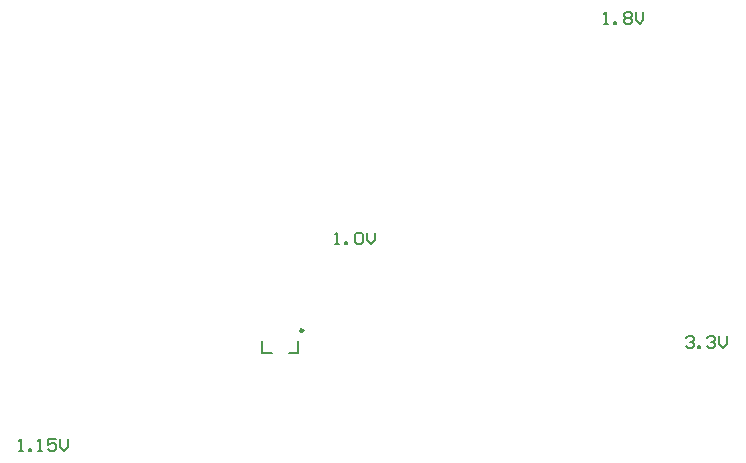
<source format=gto>
G04*
G04 #@! TF.GenerationSoftware,Altium Limited,Altium Designer,21.0.8 (223)*
G04*
G04 Layer_Color=65535*
%FSLAX44Y44*%
%MOMM*%
G71*
G04*
G04 #@! TF.SameCoordinates,AAD5EB2A-8552-457D-BF93-D3A1E0B867CA*
G04*
G04*
G04 #@! TF.FilePolarity,Positive*
G04*
G01*
G75*
%ADD10C,0.2500*%
%ADD11C,0.2000*%
%ADD12C,0.1600*%
D10*
X-354000Y336200D02*
G03*
X-354000Y336200I-1250J0D01*
G01*
D11*
X-389000Y317200D02*
X-380750D01*
X-389000D02*
Y327200D01*
X-366250Y317200D02*
X-358000D01*
Y327200D01*
D12*
X-594827Y234100D02*
X-591494D01*
X-593161D01*
Y244097D01*
X-594827Y242431D01*
X-586496Y234100D02*
Y235766D01*
X-584830D01*
Y234100D01*
X-586496D01*
X-578165D02*
X-574833D01*
X-576499D01*
Y244097D01*
X-578165Y242431D01*
X-563170Y244097D02*
X-569835D01*
Y239098D01*
X-566502Y240765D01*
X-564836D01*
X-563170Y239098D01*
Y235766D01*
X-564836Y234100D01*
X-568168D01*
X-569835Y235766D01*
X-559838Y244097D02*
Y237432D01*
X-556506Y234100D01*
X-553173Y237432D01*
Y244097D01*
X-29994Y329931D02*
X-28328Y331597D01*
X-24996D01*
X-23330Y329931D01*
Y328265D01*
X-24996Y326598D01*
X-26662D01*
X-24996D01*
X-23330Y324932D01*
Y323266D01*
X-24996Y321600D01*
X-28328D01*
X-29994Y323266D01*
X-19998Y321600D02*
Y323266D01*
X-18331D01*
Y321600D01*
X-19998D01*
X-11667Y329931D02*
X-10001Y331597D01*
X-6668D01*
X-5002Y329931D01*
Y328265D01*
X-6668Y326598D01*
X-8335D01*
X-6668D01*
X-5002Y324932D01*
Y323266D01*
X-6668Y321600D01*
X-10001D01*
X-11667Y323266D01*
X-1670Y331597D02*
Y324932D01*
X1662Y321600D01*
X4994Y324932D01*
Y331597D01*
X-99161Y595600D02*
X-95829D01*
X-97495D01*
Y605597D01*
X-99161Y603931D01*
X-90831Y595600D02*
Y597266D01*
X-89164D01*
Y595600D01*
X-90831D01*
X-82500Y603931D02*
X-80834Y605597D01*
X-77502D01*
X-75835Y603931D01*
Y602265D01*
X-77502Y600598D01*
X-75835Y598932D01*
Y597266D01*
X-77502Y595600D01*
X-80834D01*
X-82500Y597266D01*
Y598932D01*
X-80834Y600598D01*
X-82500Y602265D01*
Y603931D01*
X-80834Y600598D02*
X-77502D01*
X-72503Y605597D02*
Y598932D01*
X-69171Y595600D01*
X-65839Y598932D01*
Y605597D01*
X-326661Y409100D02*
X-323329D01*
X-324995D01*
Y419097D01*
X-326661Y417431D01*
X-318331Y409100D02*
Y410766D01*
X-316665D01*
Y409100D01*
X-318331D01*
X-310000Y417431D02*
X-308334Y419097D01*
X-305002D01*
X-303335Y417431D01*
Y410766D01*
X-305002Y409100D01*
X-308334D01*
X-310000Y410766D01*
Y417431D01*
X-300003Y419097D02*
Y412432D01*
X-296671Y409100D01*
X-293339Y412432D01*
Y419097D01*
M02*

</source>
